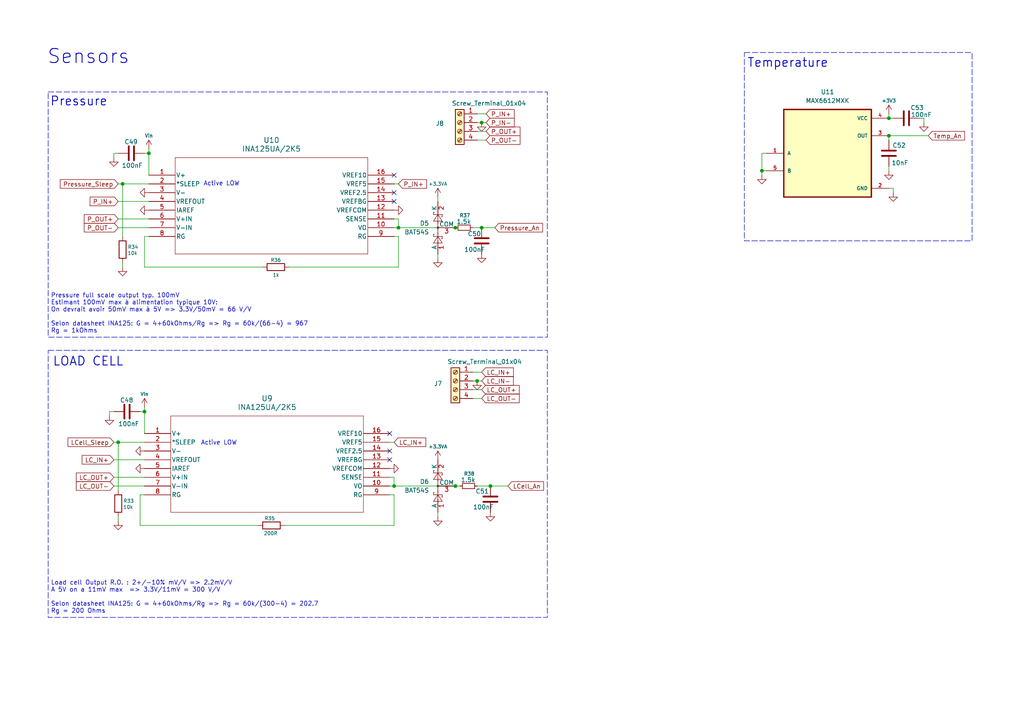
<source format=kicad_sch>
(kicad_sch (version 20250114) (generator "eeschema") (generator_version "9.0")
  (paper "A4")
  (lib_symbols
    (symbol "Connector:Screw_Terminal_01x04" (pin_names (offset 1.016) (hide yes))
      (property "Reference" "J" (at 0 5.08 0))
      (property "Value" "Screw_Terminal_01x04" (at 0 -7.62 0))
      (symbol "Screw_Terminal_01x04_1_1"
        (rectangle (start -1.27 3.81) (end 1.27 -6.35) (stroke (width 0.254)) (fill (type background)))
        (polyline (pts (xy -0.5334 2.8702) (xy 0.3302 2.032)) (stroke (width 0.1524)))
        (polyline (pts (xy -0.5334 0.3302) (xy 0.3302 -0.508)) (stroke (width 0.1524)))
        (polyline (pts (xy -0.5334 -2.2098) (xy 0.3302 -3.048)) (stroke (width 0.1524)))
        (polyline (pts (xy -0.5334 -4.7498) (xy 0.3302 -5.588)) (stroke (width 0.1524)))
        (polyline (pts (xy -0.3556 3.048) (xy 0.508 2.2098)) (stroke (width 0.1524)))
        (polyline (pts (xy -0.3556 0.508) (xy 0.508 -0.3302)) (stroke (width 0.1524)))
        (polyline (pts (xy -0.3556 -2.032) (xy 0.508 -2.8702)) (stroke (width 0.1524)))
        (polyline (pts (xy -0.3556 -4.572) (xy 0.508 -5.4102)) (stroke (width 0.1524)))
        (circle (center 0 2.54) (radius 0.635) (stroke (width 0.1524)))
        (circle (center 0 0) (radius 0.635) (stroke (width 0.1524)))
        (circle (center 0 -2.54) (radius 0.635) (stroke (width 0.1524)))
        (circle (center 0 -5.08) (radius 0.635) (stroke (width 0.1524)))
        (pin passive line (at -5.08 2.54 0) (length 3.81) (name "Pin_1") (number "1"))
        (pin passive line (at -5.08 0 0) (length 3.81) (name "Pin_2") (number "2"))
        (pin passive line (at -5.08 -2.54 0) (length 3.81) (name "Pin_3") (number "3"))
        (pin passive line (at -5.08 -5.08 0) (length 3.81) (name "Pin_4") (number "4"))
      )
    )
    (symbol "Device:C" (pin_numbers (hide yes)) (pin_names (offset 0.254))
      (property "Reference" "C" (at 0.635 2.54 0))
      (property "Value" "C" (at 0.635 -2.54 0))
      (symbol "C_0_1"
        (polyline (pts (xy -2.032 0.762) (xy 2.032 0.762)) (stroke (width 0.508)))
        (polyline (pts (xy -2.032 -0.762) (xy 2.032 -0.762)) (stroke (width 0.508)))
      )
      (symbol "C_1_1"
        (pin passive line (at 0 3.81 270) (length 2.794) (name "~") (number "1"))
        (pin passive line (at 0 -3.81 90) (length 2.794) (name "~") (number "2"))
      )
    )
    (symbol "Device:R" (pin_numbers (hide yes)) (pin_names (offset 0))
      (property "Reference" "R" (at 2.032 0 90))
      (property "Value" "R" (at 0 0 90))
      (symbol "R_0_1"
        (rectangle (start -1.016 -2.54) (end 1.016 2.54) (stroke (width 0.254)))
      )
      (symbol "R_1_1"
        (pin passive line (at 0 3.81 270) (length 1.27) (name "~") (number "1"))
        (pin passive line (at 0 -3.81 90) (length 1.27) (name "~") (number "2"))
      )
    )
    (symbol "Device:R_Small" (pin_numbers (hide yes)) (pin_names (offset 0.254) (hide yes))
      (property "Reference" "R" (at 0 0 90))
      (property "Value" "R_Small" (at 1.778 0 90))
      (symbol "R_Small_0_1"
        (rectangle (start -0.762 1.778) (end 0.762 -1.778) (stroke (width 0.2032)))
      )
      (symbol "R_Small_1_1"
        (pin passive line (at 0 2.54 270) (length 0.762) (name "~") (number "1"))
        (pin passive line (at 0 -2.54 90) (length 0.762) (name "~") (number "2"))
      )
    )
    (symbol "Diode:BAT54S" (pin_names (offset 0))
      (property "Reference" "D" (at 2.54 -5.08 0))
      (property "Value" "BAT54S" (at -6.35 3.175 0))
      (symbol "BAT54S_0_1"
        (polyline (pts (xy -4.445 1.27) (xy -4.445 -1.27) (xy -2.54 0) (xy -4.445 1.27)))
        (polyline (pts (xy -3.81 0) (xy -1.27 0)))
        (polyline (pts (xy -3.175 -1.27) (xy -3.175 -1.016)))
        (polyline (pts (xy -2.54 1.27) (xy -1.905 1.27)))
        (polyline (pts (xy -2.54 -1.27) (xy -3.175 -1.27)))
        (polyline (pts (xy -2.54 -1.27) (xy -2.54 1.27)))
        (polyline (pts (xy -1.905 1.27) (xy -1.905 1.016)))
        (polyline (pts (xy -1.905 0) (xy 1.905 0)))
        (circle (center 0 0) (radius 0.254) (fill (type outline)))
        (polyline (pts (xy 1.27 0) (xy 3.81 0)))
        (polyline (pts (xy 1.905 1.27) (xy 1.905 -1.27) (xy 3.81 0) (xy 1.905 1.27)))
        (polyline (pts (xy 3.175 -1.27) (xy 3.175 -1.016)))
        (polyline (pts (xy 3.81 1.27) (xy 4.445 1.27)))
        (polyline (pts (xy 3.81 -1.27) (xy 3.175 -1.27)))
        (polyline (pts (xy 3.81 -1.27) (xy 3.81 1.27)))
        (polyline (pts (xy 4.445 1.27) (xy 4.445 1.016)))
      )
      (symbol "BAT54S_1_1"
        (pin passive line (at -7.62 0 0) (length 3.81) (name "A") (number "1"))
        (pin passive line (at 0 -5.08 90) (length 5.08) (name "COM") (number "3"))
        (pin passive line (at 7.62 0 180) (length 3.81) (name "K") (number "2"))
      )
    )
    (symbol "MAX6612MXK:MAX6612MXK" (pin_names (offset 1.016))
      (property "Reference" "U" (at -12.7 13.7 0))
      (property "Value" "MAX6612MXK" (at -12.7 -16.7 0))
      (symbol "MAX6612MXK_0_0"
        (rectangle (start -12.7 -12.7) (end 12.7 12.7) (stroke (width 0.41)) (fill (type background)))
        (pin bidirectional line (at -17.78 0 0) (length 5.08) (name "A") (number "1"))
        (pin bidirectional line (at -17.78 -5.08 0) (length 5.08) (name "B") (number "5"))
        (pin power_in line (at 17.78 10.16 180) (length 5.08) (name "VCC") (number "4"))
        (pin output line (at 17.78 5.08 180) (length 5.08) (name "OUT") (number "3"))
        (pin power_in line (at 17.78 -10.16 180) (length 5.08) (name "GND") (number "2"))
      )
    )
    (symbol "PCB_GSE:INA125UA_2K5" (pin_names (offset 0.254))
      (property "Reference" "U" (at 35.56 10.16 0))
      (property "Value" "INA125UA/2K5" (at 35.56 7.62 0))
      (symbol "INA125UA_2K5_0_1"
        (polyline (pts (xy 7.62 5.08) (xy 7.62 -22.86)) (stroke (width 0.127)))
        (polyline (pts (xy 7.62 -22.86) (xy 63.5 -22.86)) (stroke (width 0.127)))
        (polyline (pts (xy 63.5 5.08) (xy 7.62 5.08)) (stroke (width 0.127)))
        (polyline (pts (xy 63.5 -22.86) (xy 63.5 5.08)) (stroke (width 0.127)))
        (pin power_in line (at 0 0 0) (length 7.62) (name "V+") (number "1"))
        (pin unspecified line (at 0 -2.54 0) (length 7.62) (name "*SLEEP") (number "2"))
        (pin power_in line (at 0 -5.08 0) (length 7.62) (name "V-") (number "3"))
        (pin output line (at 0 -7.62 0) (length 7.62) (name "VREFOUT") (number "4"))
        (pin unspecified line (at 0 -10.16 0) (length 7.62) (name "IAREF") (number "5"))
        (pin input line (at 0 -12.7 0) (length 7.62) (name "V+IN") (number "6"))
        (pin input line (at 0 -15.24 0) (length 7.62) (name "V-IN") (number "7"))
        (pin unspecified line (at 0 -17.78 0) (length 7.62) (name "RG") (number "8"))
        (pin power_in line (at 71.12 0 180) (length 7.62) (name "VREF10") (number "16"))
        (pin power_in line (at 71.12 -2.54 180) (length 7.62) (name "VREF5") (number "15"))
        (pin power_in line (at 71.12 -5.08 180) (length 7.62) (name "VREF2.5") (number "14"))
        (pin power_in line (at 71.12 -7.62 180) (length 7.62) (name "VREFBG") (number "13"))
        (pin power_in line (at 71.12 -10.16 180) (length 7.62) (name "VREFCOM") (number "12"))
        (pin unspecified line (at 71.12 -12.7 180) (length 7.62) (name "SENSE") (number "11"))
        (pin output line (at 71.12 -15.24 180) (length 7.62) (name "VO") (number "10"))
        (pin unspecified line (at 71.12 -17.78 180) (length 7.62) (name "RG") (number "9"))
      )
    )
    (symbol "power:+12V" (power) (pin_names (offset 0))
      (property "Value" "+12V" (at 0 3.556 0))
      (symbol "+12V_0_1"
        (polyline (pts (xy -0.762 1.27) (xy 0 2.54)))
        (polyline (pts (xy 0 2.54) (xy 0.762 1.27)))
        (polyline (pts (xy 0 0) (xy 0 2.54)))
      )
      (symbol "+12V_1_1"
        (pin power_in line (at 0 0 90) (length 0) (hide yes) (name "+12V") (number "1"))
      )
    )
    (symbol "power:+3.3VA" (power) (pin_names (offset 0))
      (property "Value" "+3.3VA" (at 0 3.556 0))
      (symbol "+3.3VA_0_1"
        (polyline (pts (xy -0.762 1.27) (xy 0 2.54)))
        (polyline (pts (xy 0 2.54) (xy 0.762 1.27)))
        (polyline (pts (xy 0 0) (xy 0 2.54)))
      )
      (symbol "+3.3VA_1_1"
        (pin power_in line (at 0 0 90) (length 0) (hide yes) (name "+3.3VA") (number "1"))
      )
    )
    (symbol "power:+3V3" (power) (pin_names (offset 0))
      (property "Value" "+3V3" (at 0 3.556 0))
      (symbol "+3V3_0_1"
        (polyline (pts (xy -0.762 1.27) (xy 0 2.54)))
        (polyline (pts (xy 0 2.54) (xy 0.762 1.27)))
        (polyline (pts (xy 0 0) (xy 0 2.54)))
      )
      (symbol "+3V3_1_1"
        (pin power_in line (at 0 0 90) (length 0) (hide yes) (name "+3V3") (number "1"))
      )
    )
    (symbol "power:GND" (power) (pin_names (offset 0))
      (property "Value" "GND" (at 0 -3.81 0))
      (symbol "GND_0_1"
        (polyline (pts (xy 0 0) (xy 0 -1.27) (xy 1.27 -1.27) (xy 0 -2.54) (xy -1.27 -1.27) (xy 0 -1.27)))
      )
      (symbol "GND_1_1"
        (pin power_in line (at 0 0 270) (length 0) (hide yes) (name "GND") (number "1"))
      )
    )
  )
  (rectangle (start 13.97 26.67) (end 158.75 97.79) (stroke (width 0) (type dash)))
  (rectangle (start 13.97 101.6) (end 158.75 179.07) (stroke (width 0) (type dash)))
  (rectangle (start 215.9 15.24) (end 281.94 69.85) (stroke (width 0) (type dash)))
  (text "Load cell Output R.O. : 2+/-10% mV/V => 2.2mV/V\nA 5V on a 11mV max  => 3.3V/11mV = 300 V/V\n\nSelon datasheet INA125: G = 4+60kOhms/Rg => Rg = 60k/(300-4) = 202.7\nRg = 200 Ohms" (at 14.732 173.228 0) (effects (font (size 1.27 1.27)) (justify left)))
  (text "Temperature" (at 216.662 19.812 0) (effects (font (size 2.54 2.54) (thickness 0.254) (bold yes)) (justify left bottom)))
  (text "LOAD CELL" (at 15.24 106.426 0) (effects (font (size 2.54 2.54) (thickness 0.254) (bold yes)) (justify left bottom)))
  (text "Pressure" (at 14.478 30.988 0) (effects (font (size 2.54 2.54) (thickness 0.254) (bold yes)) (justify left bottom)))
  (text "Active LOW" (at 64.262 53.34 0) (effects (font (size 1.27 1.27))))
  (text "Sensors" (at 25.654 16.51 0) (effects (font (size 4.064 4.064) (thickness 0.254) (bold yes))))
  (text "Pressure full scale output typ. 100mV\nEstimant 100mV max à alimentation typique 10V:\nOn devrait avoir 50mV max à 5V => 3.3V/50mV = 66 V/V\n\nSelon datasheet INA125: G = 4+60kOhms/Rg => Rg = 60k/(66-4) = 967\nRg = 1kOhms" (at 14.732 90.932 0) (effects (font (size 1.27 1.27)) (justify left)))
  (text "Active LOW" (at 63.5 128.524 0) (effects (font (size 1.27 1.27))))
  (junction (at 139.7 35.56))
  (junction (at 34.29 128.27))
  (junction (at 257.81 39.37))
  (junction (at 115.57 66.04))
  (junction (at 138.3783 110.49))
  (junction (at 220.98 49.53))
  (junction (at 132.08 66.04))
  (junction (at 41.91 119.38))
  (junction (at 257.81 34.29))
  (junction (at 132.08 140.97))
  (junction (at 139.7 66.04))
  (junction (at 43.18 44.45))
  (junction (at 114.3 140.97))
  (junction (at 35.56 53.34))
  (junction (at 142.24 140.97))
  (no_connect (at 113.03 130.81))
  (no_connect (at 114.3 50.8))
  (no_connect (at 113.03 125.73))
  (no_connect (at 113.03 133.35))
  (no_connect (at 114.3 55.88))
  (no_connect (at 114.3 58.42))
  (wire (pts (xy 132.08 140.97) (xy 133.35 140.97)))
  (wire (pts (xy 35.56 53.34) (xy 43.18 53.34)))
  (wire (pts (xy 115.57 66.04) (xy 114.3 66.04)))
  (wire (pts (xy 139.7 107.95) (xy 137.16 107.95)))
  (wire (pts (xy 137.16 66.04) (xy 139.7 66.04)))
  (wire (pts (xy 34.29 128.27) (xy 34.29 142.24)))
  (wire (pts (xy 257.81 33.02) (xy 257.81 34.29)))
  (wire (pts (xy 33.02 133.35) (xy 41.91 133.35)))
  (wire (pts (xy 114.3 152.4) (xy 114.3 143.51)))
  (wire (pts (xy 34.29 128.27) (xy 41.91 128.27)))
  (wire (pts (xy 82.55 152.4) (xy 114.3 152.4)))
  (wire (pts (xy 220.98 50.8) (xy 220.98 49.53)))
  (wire (pts (xy 267.97 34.29) (xy 266.7 34.29)))
  (wire (pts (xy 220.98 44.45) (xy 220.98 49.53)))
  (wire (pts (xy 34.29 66.04) (xy 43.18 66.04)))
  (wire (pts (xy 33.02 128.27) (xy 34.29 128.27)))
  (wire (pts (xy 31.75 119.38) (xy 33.02 119.38)))
  (wire (pts (xy 138.43 140.97) (xy 142.24 140.97)))
  (wire (pts (xy 43.18 50.8) (xy 43.18 44.45)))
  (wire (pts (xy 83.82 77.47) (xy 115.57 77.47)))
  (wire (pts (xy 142.24 140.97) (xy 147.32 140.97)))
  (wire (pts (xy 40.64 152.4) (xy 40.64 143.51)))
  (wire (pts (xy 40.64 143.51) (xy 41.91 143.51)))
  (wire (pts (xy 139.7 35.56) (xy 140.97 35.56)))
  (wire (pts (xy 115.57 63.5) (xy 115.57 66.04)))
  (wire (pts (xy 140.97 38.1) (xy 138.43 38.1)))
  (wire (pts (xy 115.57 77.47) (xy 115.57 68.58)))
  (wire (pts (xy 34.29 53.34) (xy 35.56 53.34)))
  (wire (pts (xy 257.81 39.37) (xy 269.24 39.37)))
  (wire (pts (xy 127 57.15) (xy 127 58.42)))
  (wire (pts (xy 113.03 140.97) (xy 114.3 140.97)))
  (wire (pts (xy 137.16 115.57) (xy 139.7 115.57)))
  (wire (pts (xy 127 73.66) (xy 127 74.93)))
  (wire (pts (xy 41.91 77.47) (xy 41.91 68.58)))
  (wire (pts (xy 43.18 44.45) (xy 41.91 44.45)))
  (wire (pts (xy 114.3 140.97) (xy 132.08 140.97)))
  (wire (pts (xy 259.08 34.29) (xy 257.81 34.29)))
  (wire (pts (xy 41.91 125.73) (xy 41.91 119.38)))
  (wire (pts (xy 41.91 118.11) (xy 41.91 119.38)))
  (wire (pts (xy 115.57 63.5) (xy 114.3 63.5)))
  (wire (pts (xy 127 148.59) (xy 127 149.86)))
  (wire (pts (xy 43.18 43.18) (xy 43.18 44.45)))
  (wire (pts (xy 139.7 113.03) (xy 137.16 113.03)))
  (wire (pts (xy 115.57 68.58) (xy 114.3 68.58)))
  (wire (pts (xy 35.56 76.2) (xy 35.56 77.47)))
  (wire (pts (xy 41.91 119.38) (xy 40.64 119.38)))
  (wire (pts (xy 220.98 49.53) (xy 222.25 49.53)))
  (wire (pts (xy 31.75 119.38) (xy 31.75 120.65)))
  (wire (pts (xy 33.02 138.43) (xy 41.91 138.43)))
  (wire (pts (xy 220.98 44.45) (xy 222.25 44.45)))
  (wire (pts (xy 138.43 35.56) (xy 139.7 35.56)))
  (wire (pts (xy 259.08 54.61) (xy 259.08 55.88)))
  (wire (pts (xy 140.97 40.64) (xy 138.43 40.64)))
  (wire (pts (xy 138.3783 110.49) (xy 137.16 110.49)))
  (wire (pts (xy 139.7 110.49) (xy 138.3783 110.49)))
  (wire (pts (xy 33.02 44.45) (xy 33.02 45.72)))
  (wire (pts (xy 74.93 152.4) (xy 40.64 152.4)))
  (wire (pts (xy 34.29 149.86) (xy 34.29 151.13)))
  (wire (pts (xy 140.97 33.02) (xy 138.43 33.02)))
  (wire (pts (xy 115.57 66.04) (xy 132.08 66.04)))
  (wire (pts (xy 257.81 49.53) (xy 257.81 48.26)))
  (wire (pts (xy 114.3 128.27) (xy 113.03 128.27)))
  (wire (pts (xy 259.08 54.61) (xy 257.81 54.61)))
  (wire (pts (xy 41.91 68.58) (xy 43.18 68.58)))
  (wire (pts (xy 257.81 40.64) (xy 257.81 39.37)))
  (wire (pts (xy 33.02 140.97) (xy 41.91 140.97)))
  (wire (pts (xy 35.56 53.34) (xy 35.56 68.58)))
  (wire (pts (xy 267.97 35.56) (xy 267.97 34.29)))
  (wire (pts (xy 114.3 138.43) (xy 113.03 138.43)))
  (wire (pts (xy 139.7 66.04) (xy 143.51 66.04)))
  (wire (pts (xy 115.57 53.34) (xy 114.3 53.34)))
  (wire (pts (xy 114.3 138.43) (xy 114.3 140.97)))
  (wire (pts (xy 76.2 77.47) (xy 41.91 77.47)))
  (wire (pts (xy 33.02 44.45) (xy 34.29 44.45)))
  (wire (pts (xy 114.3 143.51) (xy 113.03 143.51)))
  (wire (pts (xy 34.29 63.5) (xy 43.18 63.5)))
  (wire (pts (xy 34.29 58.42) (xy 43.18 58.42)))
  (global_label "P_OUT+" (shape input) (at 140.97 38.1 0) (property "Intersheetrefs" "${INTERSHEET_REFS}" (effects (hide yes))))
  (global_label "LCell_An" (shape input) (at 147.32 140.97 0) (property "Intersheetrefs" "${INTERSHEET_REFS}" (effects (hide yes))))
  (global_label "Pressure_Sleep" (shape input) (at 34.29 53.34 180) (property "Intersheetrefs" "${INTERSHEET_REFS}" (effects (hide yes))))
  (global_label "LC_IN-" (shape input) (at 139.7 110.49 0) (property "Intersheetrefs" "${INTERSHEET_REFS}" (effects (hide yes))))
  (global_label "LC_OUT+" (shape input) (at 33.02 138.43 180) (property "Intersheetrefs" "${INTERSHEET_REFS}" (effects (hide yes))))
  (global_label "P_IN+" (shape input) (at 140.97 33.02 0) (property "Intersheetrefs" "${INTERSHEET_REFS}" (effects (hide yes))))
  (global_label "LCell_Sleep" (shape input) (at 33.02 128.27 180) (property "Intersheetrefs" "${INTERSHEET_REFS}" (effects (hide yes))))
  (global_label "LC_OUT-" (shape input) (at 33.02 140.97 180) (property "Intersheetrefs" "${INTERSHEET_REFS}" (effects (hide yes))))
  (global_label "P_IN+" (shape input) (at 34.29 58.42 180) (property "Intersheetrefs" "${INTERSHEET_REFS}" (effects (hide yes))))
  (global_label "LC_OUT+" (shape input) (at 139.7 113.03 0) (property "Intersheetrefs" "${INTERSHEET_REFS}" (effects (hide yes))))
  (global_label "P_IN-" (shape input) (at 140.97 35.56 0) (property "Intersheetrefs" "${INTERSHEET_REFS}" (effects (hide yes))))
  (global_label "LC_IN+" (shape input) (at 33.02 133.35 180) (property "Intersheetrefs" "${INTERSHEET_REFS}" (effects (hide yes))))
  (global_label "P_OUT-" (shape input) (at 34.29 66.04 180) (property "Intersheetrefs" "${INTERSHEET_REFS}" (effects (hide yes))))
  (global_label "P_OUT-" (shape input) (at 140.97 40.64 0) (property "Intersheetrefs" "${INTERSHEET_REFS}" (effects (hide yes))))
  (global_label "Pressure_An" (shape input) (at 143.51 66.04 0) (property "Intersheetrefs" "${INTERSHEET_REFS}" (effects (hide yes))))
  (global_label "LC_IN+" (shape input) (at 139.7 107.95 0) (property "Intersheetrefs" "${INTERSHEET_REFS}" (effects (hide yes))))
  (global_label "LC_IN+" (shape input) (at 114.3 128.27 0) (property "Intersheetrefs" "${INTERSHEET_REFS}" (effects (hide yes))))
  (global_label "LC_OUT-" (shape input) (at 139.7 115.57 0) (property "Intersheetrefs" "${INTERSHEET_REFS}" (effects (hide yes))))
  (global_label "P_IN+" (shape input) (at 115.57 53.34 0) (property "Intersheetrefs" "${INTERSHEET_REFS}" (effects (hide yes))))
  (global_label "Temp_An" (shape input) (at 269.24 39.37 0) (property "Intersheetrefs" "${INTERSHEET_REFS}" (effects (hide yes))))
  (global_label "P_OUT+" (shape input) (at 34.29 63.5 180) (property "Intersheetrefs" "${INTERSHEET_REFS}" (effects (hide yes))))
  (symbol (lib_id "Device:R") (at 35.56 72.39 0) (unit 1)
    (property "Reference" "R34" (at 40.132 71.628 0) (effects (font (size 1 1)) (justify right)))
    (property "Value" "10k" (at 39.878 73.406 0) (effects (font (size 1 1)) (justify right)))
    (property "Footprint" "Resistor_SMD:R_0805_2012Metric" (effects (hide yes)))
  )
  (symbol (lib_id "Diode:BAT54S") (at 127 66.04 90) (unit 1)
    (property "Reference" "D5" (at 124.46 64.7699 90) (effects (justify left)))
    (property "Value" "BAT54S" (at 124.46 67.3099 90) (effects (justify left)))
    (property "Footprint" "Package_TO_SOT_SMD:SOT-23" (effects (hide yes)))
    (property "Datasheet" "https://www.diodes.com/assets/Datasheets/ds11005.pdf" (effects (hide yes)))
    (property "Description" "Vr 30V, If 200mA, Dual schottky barrier diode, in series, SOT-323" (effects (hide yes)))
  )
  (symbol (lib_id "power:GND") (at 267.97 35.56 0) (unit 1)
    (property "Reference" "#PWR0115" (effects (hide yes)))
    (property "Value" "GND" (effects (hide yes)))
  )
  (symbol (lib_id "power:GND") (at 43.18 60.96 270) (unit 1)
    (property "Reference" "#PWR0100" (effects (hide yes)))
    (property "Value" "GND" (effects (hide yes)))
  )
  (symbol (lib_id "Diode:BAT54S") (at 127 140.97 90) (unit 1)
    (property "Reference" "D6" (at 124.46 139.6999 90) (effects (justify left)))
    (property "Value" "BAT54S" (at 124.46 142.2399 90) (effects (justify left)))
    (property "Footprint" "Package_TO_SOT_SMD:SOT-23" (effects (hide yes)))
    (property "Datasheet" "https://www.diodes.com/assets/Datasheets/ds11005.pdf" (effects (hide yes)))
    (property "Description" "Vr 30V, If 200mA, Dual schottky barrier diode, in series, SOT-323" (effects (hide yes)))
  )
  (symbol (lib_id "Device:R_Small") (at 135.89 140.97 90) (unit 1)
    (property "Reference" "R38" (at 137.668 137.414 90) (effects (font (size 1.016 1.016)) (justify left)))
    (property "Value" "1.5k" (at 137.922 139.192 90) (effects (justify left)))
    (property "Footprint" "Resistor_SMD:R_0805_2012Metric" (effects (hide yes)))
    (property "Description" "Resistor, small symbol" (effects (hide yes)))
  )
  (symbol (lib_id "power:+3V3") (at 257.81 33.02 0) (unit 1)
    (property "Reference" "#PWR0112" (effects (hide yes)))
    (property "Value" "+3V3" (at 257.81 29.21 0) (effects (font (size 1 1))))
  )
  (symbol (lib_id "Device:C") (at 139.7 69.85 0) (unit 1)
    (property "Reference" "C50" (at 135.636 67.818 0) (effects (justify left)))
    (property "Value" "100nF" (at 134.62 72.39 0) (effects (justify left)))
    (property "Footprint" "Capacitor_SMD:C_0805_2012Metric" (effects (hide yes)))
    (property "Description" "Unpolarized capacitor" (effects (hide yes)))
  )
  (symbol (lib_id "PCB_GSE:INA125UA_2K5") (at 41.91 125.73 0) (unit 1)
    (property "Reference" "U9" (at 77.47 115.57 0) (effects (font (size 1.524 1.524))))
    (property "Value" "INA125UA/2K5" (at 77.47 118.11 0) (effects (font (size 1.524 1.524))))
    (property "Footprint" "pcb_moteur:D16-L" (effects (hide yes)))
    (property "Datasheet" "https://www.digikey.ca/en/products/detail/texas-instruments/INA125UA-2K5/300987" (effects (hide yes)))
    (property "Description" "IC INST AMP 1 CIRCUIT 16SOIC" (effects (hide yes)))
    (property "Doc" "https://www.ti.com/lit/gpn/ina125" (effects (hide yes)))
    (property "DigiKey_Part_Number " "296-50343-1-ND" (effects (hide yes)))
    (property "Manufacturer_Part_Number" "INA125UA/2K5" (effects (hide yes)))
  )
  (symbol (lib_id "Device:C") (at 262.89 34.29 90) (unit 1)
    (property "Reference" "C53" (at 267.97 31.242 90) (effects (justify left)))
    (property "Value" "100nF" (at 270.256 33.274 90) (effects (justify left)))
    (property "Footprint" "Capacitor_SMD:C_0805_2012Metric" (effects (hide yes)))
    (property "Description" "Unpolarized capacitor" (effects (hide yes)))
  )
  (symbol (lib_id "power:GND") (at 41.91 130.81 270) (unit 1)
    (property "Reference" "#PWR096" (effects (hide yes)))
    (property "Value" "GND" (effects (hide yes)))
  )
  (symbol (lib_id "power:GND") (at 41.91 135.89 270) (unit 1)
    (property "Reference" "#PWR097" (effects (hide yes)))
    (property "Value" "GND" (effects (hide yes)))
  )
  (symbol (lib_id "power:+3.3VA") (at 127 133.35 0) (unit 1)
    (property "Reference" "#PWR0105" (effects (hide yes)))
    (property "Value" "+3.3VA" (at 127 129.54 0) (effects (font (size 1 1))))
  )
  (symbol (lib_id "PCB_GSE:INA125UA_2K5") (at 43.18 50.8 0) (unit 1)
    (property "Reference" "U10" (at 78.74 40.64 0) (effects (font (size 1.524 1.524))))
    (property "Value" "INA125UA/2K5" (at 78.74 43.18 0) (effects (font (size 1.524 1.524))))
    (property "Footprint" "pcb_moteur:D16-L" (effects (hide yes)))
    (property "Datasheet" "https://www.digikey.ca/en/products/detail/texas-instruments/INA125UA-2K5/300987" (effects (hide yes)))
    (property "Description" "IC INST AMP 1 CIRCUIT 16SOIC" (effects (hide yes)))
    (property "Doc" "https://www.ti.com/lit/gpn/ina125" (effects (hide yes)))
    (property "DigiKey_Part_Number " "296-50343-1-ND" (effects (hide yes)))
    (property "Manufacturer_Part_Number" "INA125UA/2K5" (effects (hide yes)))
  )
  (symbol (lib_id "power:GND") (at 127 74.93 0) (unit 1)
    (property "Reference" "#PWR0104" (effects (hide yes)))
    (property "Value" "GND" (effects (hide yes)))
  )
  (symbol (lib_id "power:GND") (at 257.81 49.53 0) (unit 1)
    (property "Reference" "#PWR0113" (effects (hide yes)))
    (property "Value" "GND" (effects (hide yes)))
  )
  (symbol (lib_id "Device:C") (at 257.81 44.45 0) (unit 1)
    (property "Reference" "C52" (at 258.826 42.164 0) (effects (justify left)))
    (property "Value" "10nF" (at 258.572 47.244 0) (effects (justify left)))
    (property "Footprint" "Capacitor_SMD:C_0603_1608Metric" (effects (hide yes)))
    (property "Description" "Unpolarized capacitor" (effects (hide yes)))
  )
  (symbol (lib_id "MAX6612MXK:MAX6612MXK") (at 240.03 44.45 0) (unit 1)
    (property "Reference" "U11" (at 240.03 26.67 0))
    (property "Value" "MAX6612MXK" (at 240.03 29.21 0))
    (property "Footprint" "Package_TO_SOT_SMD:SOT-353_SC-70-5" (effects (hide yes)))
    (property "Datasheet" "https://www.digikey.ca/fr/products/detail/analog-devices-inc-maxim-integrated/MAX6612MXK-T/1520357" (effects (hide yes)))
    (property "DigiKey_Part_Number" "MAX6612MXK+TCT-ND" (effects (hide yes)))
    (property "Manufacturer_Part_Number" "MAX6612MXK+T" (effects (hide yes)))
  )
  (symbol (lib_id "power:GND") (at 113.03 135.89 90) (unit 1)
    (property "Reference" "#PWR0101" (effects (hide yes)))
    (property "Value" "GND" (effects (hide yes)))
  )
  (symbol (lib_id "power:GND") (at 43.18 55.88 270) (unit 1)
    (property "Reference" "#PWR099" (effects (hide yes)))
    (property "Value" "GND" (effects (hide yes)))
  )
  (symbol (lib_id "Device:C") (at 142.24 144.78 0) (unit 1)
    (property "Reference" "C51" (at 137.922 142.494 0) (effects (justify left)))
    (property "Value" "100nF" (at 137.16 147.066 0) (effects (justify left)))
    (property "Footprint" "Capacitor_SMD:C_0805_2012Metric" (effects (hide yes)))
    (property "Description" "Unpolarized capacitor" (effects (hide yes)))
  )
  (symbol (lib_id "power:GND") (at 35.56 77.47 0) (unit 1)
    (property "Reference" "#PWR094" (effects (hide yes)))
    (property "Value" "GND" (effects (hide yes)))
  )
  (symbol (lib_id "power:GND") (at 139.7 35.56 0) (unit 1)
    (property "Reference" "#PWR0108" (effects (hide yes)))
    (property "Value" "GND" (effects (hide yes)))
  )
  (symbol (lib_id "Device:R") (at 78.74 152.4 270) (unit 1)
    (property "Reference" "R35" (at 79.756 150.368 90) (effects (font (size 1 1)) (justify right)))
    (property "Value" "200R" (at 80.518 154.686 90) (effects (font (size 1 1)) (justify right)))
    (property "Footprint" "Resistor_SMD:R_0805_2012Metric" (effects (hide yes)))
  )
  (symbol (lib_id "power:GND") (at 138.3783 110.49 0) (unit 1)
    (property "Reference" "#PWR0107" (effects (hide yes)))
    (property "Value" "GND" (effects (hide yes)))
  )
  (symbol (lib_id "power:GND") (at 31.75 120.65 0) (unit 1)
    (property "Reference" "#PWR091" (effects (hide yes)))
    (property "Value" "GND" (effects (hide yes)))
  )
  (symbol (lib_id "power:+12V") (at 43.18 43.18 0) (unit 1)
    (property "Reference" "#PWR098" (effects (hide yes)))
    (property "Value" "Vin" (at 43.18 39.37 0) (effects (font (size 1 1))))
  )
  (symbol (lib_id "power:GND") (at 259.08 55.88 0) (unit 1)
    (property "Reference" "#PWR0114" (effects (hide yes)))
    (property "Value" "GND" (effects (hide yes)))
  )
  (symbol (lib_id "power:GND") (at 34.29 151.13 0) (unit 1)
    (property "Reference" "#PWR093" (effects (hide yes)))
    (property "Value" "GND" (effects (hide yes)))
  )
  (symbol (lib_id "Connector:Screw_Terminal_01x04") (at 132.08 110.49 0) (mirror y) (unit 1)
    (property "Reference" "J7" (at 128.27 111.252 0) (effects (justify left)))
    (property "Value" "Screw_Terminal_01x04" (at 151.384 104.902 0) (effects (justify left)))
    (property "Footprint" "pcb_moteur:CONN_OSTVN04A150_OST" (effects (hide yes)))
    (property "Datasheet" "https://www.digikey.ca/en/products/detail/on-shore-technology-inc/OSTVN04A150/1588864" (effects (hide yes)))
    (property "Description" "4 pin terminal block" (effects (hide yes)))
  )
  (symbol (lib_id "power:+12V") (at 41.91 118.11 0) (unit 1)
    (property "Reference" "#PWR095" (effects (hide yes)))
    (property "Value" "Vin" (at 41.91 114.3 0) (effects (font (size 1 1))))
  )
  (symbol (lib_id "Device:R") (at 34.29 146.05 0) (unit 1)
    (property "Reference" "R33" (at 38.862 145.288 0) (effects (font (size 1 1)) (justify right)))
    (property "Value" "10k" (at 38.608 147.066 0) (effects (font (size 1 1)) (justify right)))
    (property "Footprint" "Resistor_SMD:R_0805_2012Metric" (effects (hide yes)))
  )
  (symbol (lib_id "power:GND") (at 127 149.86 0) (unit 1)
    (property "Reference" "#PWR0106" (effects (hide yes)))
    (property "Value" "GND" (effects (hide yes)))
  )
  (symbol (lib_id "power:GND") (at 220.98 50.8 0) (unit 1)
    (property "Reference" "#PWR0111" (effects (hide yes)))
    (property "Value" "GND" (effects (hide yes)))
  )
  (symbol (lib_id "Device:C") (at 38.1 44.45 270) (unit 1)
    (property "Reference" "C49" (at 36.068 41.148 90) (effects (justify left)))
    (property "Value" "100nF" (at 35.306 48.006 90) (effects (justify left)))
    (property "Footprint" "Capacitor_SMD:C_0805_2012Metric" (effects (hide yes)))
    (property "Description" "Unpolarized capacitor" (effects (hide yes)))
  )
  (symbol (lib_id "power:GND") (at 33.02 45.72 0) (unit 1)
    (property "Reference" "#PWR092" (effects (hide yes)))
    (property "Value" "GND" (effects (hide yes)))
  )
  (symbol (lib_id "power:GND") (at 139.7 73.66 0) (unit 1)
    (property "Reference" "#PWR0109" (effects (hide yes)))
    (property "Value" "GND" (effects (hide yes)))
  )
  (symbol (lib_id "power:+3.3VA") (at 127 57.15 0) (unit 1)
    (property "Reference" "#PWR0103" (effects (hide yes)))
    (property "Value" "+3.3VA" (at 127 53.34 0) (effects (font (size 1 1))))
  )
  (symbol (lib_id "Device:R_Small") (at 134.62 66.04 90) (unit 1)
    (property "Reference" "R37" (at 136.398 62.484 90) (effects (font (size 1.016 1.016)) (justify left)))
    (property "Value" "1.5k" (at 136.652 64.262 90) (effects (justify left)))
    (property "Footprint" "Resistor_SMD:R_0805_2012Metric" (effects (hide yes)))
    (property "Description" "Resistor, small symbol" (effects (hide yes)))
  )
  (symbol (lib_id "Device:R") (at 80.01 77.47 270) (unit 1)
    (property "Reference" "R36" (at 81.534 75.438 90) (effects (font (size 1 1)) (justify right)))
    (property "Value" "1k" (at 81.026 79.756 90) (effects (font (size 1 1)) (justify right)))
    (property "Footprint" "Resistor_SMD:R_0805_2012Metric" (effects (hide yes)))
  )
  (symbol (lib_id "power:GND") (at 142.24 148.59 0) (unit 1)
    (property "Reference" "#PWR0110" (effects (hide yes)))
    (property "Value" "GND" (effects (hide yes)))
  )
  (symbol (lib_id "power:GND") (at 114.3 60.96 90) (unit 1)
    (property "Reference" "#PWR0102" (effects (hide yes)))
    (property "Value" "GND" (effects (hide yes)))
  )
  (symbol (lib_id "Connector:Screw_Terminal_01x04") (at 133.35 35.56 0) (mirror y) (unit 1)
    (property "Reference" "J8" (at 128.778 35.814 0) (effects (justify left)))
    (property "Value" "Screw_Terminal_01x04" (at 152.654 29.972 0) (effects (justify left)))
    (property "Footprint" "pcb_moteur:CONN_OSTVN04A150_OST" (effects (hide yes)))
    (property "Datasheet" "https://www.digikey.ca/en/products/detail/on-shore-technology-inc/OSTVN04A150/1588864" (effects (hide yes)))
    (property "Description" "4 Pin terminal block" (effects (hide yes)))
  )
  (symbol (lib_id "Device:C") (at 36.83 119.38 270) (unit 1)
    (property "Reference" "C48" (at 34.798 116.078 90) (effects (justify left)))
    (property "Value" "100nF" (at 34.29 122.936 90) (effects (justify left)))
    (property "Footprint" "Capacitor_SMD:C_0805_2012Metric" (effects (hide yes)))
    (property "Description" "Unpolarized capacitor" (effects (hide yes)))
  )
)
</source>
